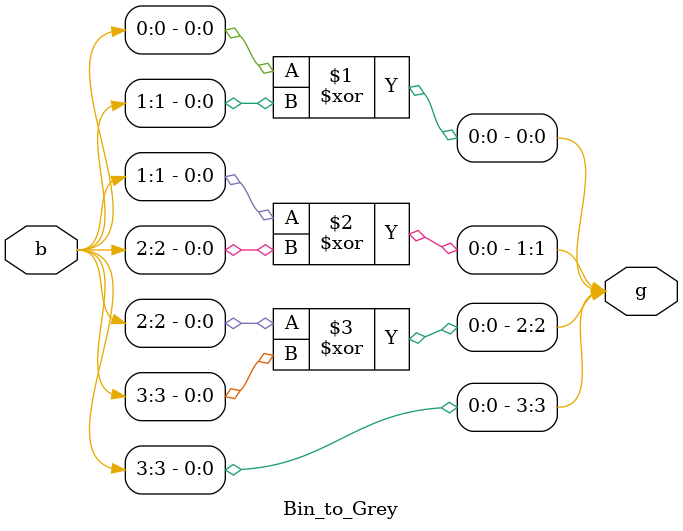
<source format=v>


/* Binary to Grey Code Converters */
module Bin_to_Grey(
input [3:0] b,
output [3:0]g);
assign g[0] = b[0] ^ b[1];
assign g[1] = b[1] ^ b[2];
assign g[2] = b[2] ^ b[3];
assign g[3] = b[3];
endmodule

</source>
